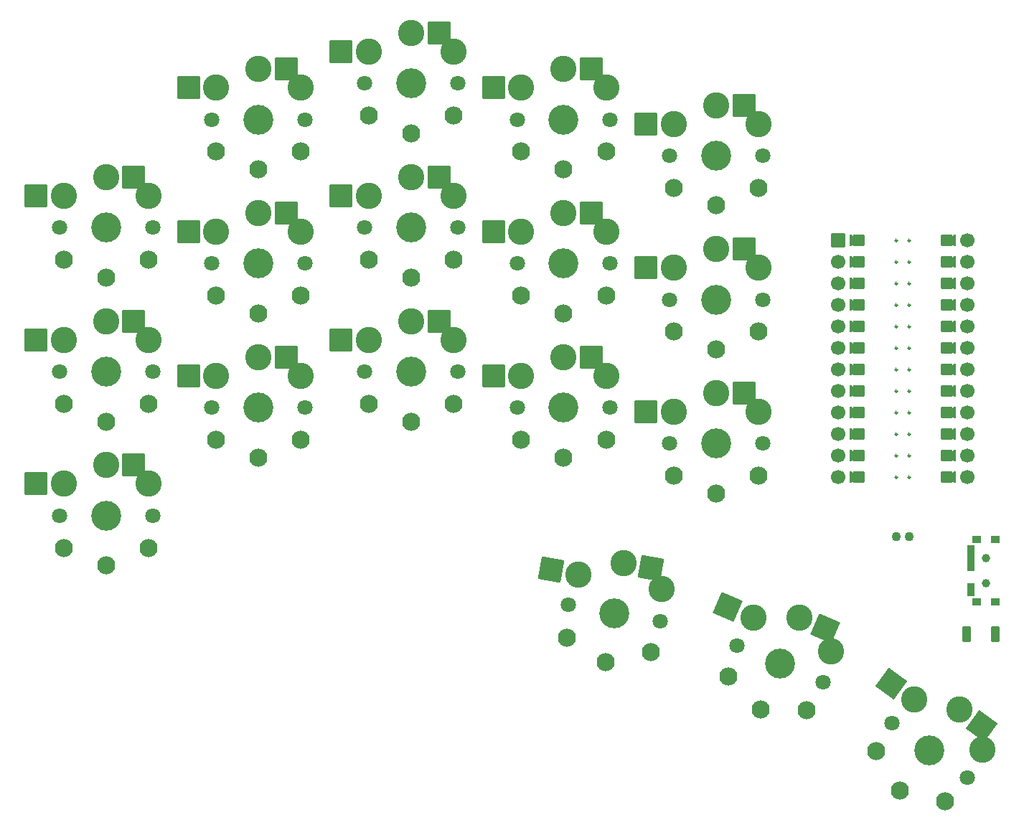
<source format=gbr>
%TF.GenerationSoftware,KiCad,Pcbnew,6.0.5*%
%TF.CreationDate,2022-06-05T22:04:44+02:00*%
%TF.ProjectId,main,6d61696e-2e6b-4696-9361-645f70636258,v1.0.0*%
%TF.SameCoordinates,Original*%
%TF.FileFunction,Soldermask,Top*%
%TF.FilePolarity,Negative*%
%FSLAX46Y46*%
G04 Gerber Fmt 4.6, Leading zero omitted, Abs format (unit mm)*
G04 Created by KiCad (PCBNEW 6.0.5) date 2022-06-05 22:04:44*
%MOMM*%
%LPD*%
G01*
G04 APERTURE LIST*
G04 Aperture macros list*
%AMRoundRect*
0 Rectangle with rounded corners*
0 $1 Rounding radius*
0 $2 $3 $4 $5 $6 $7 $8 $9 X,Y pos of 4 corners*
0 Add a 4 corners polygon primitive as box body*
4,1,4,$2,$3,$4,$5,$6,$7,$8,$9,$2,$3,0*
0 Add four circle primitives for the rounded corners*
1,1,$1+$1,$2,$3*
1,1,$1+$1,$4,$5*
1,1,$1+$1,$6,$7*
1,1,$1+$1,$8,$9*
0 Add four rect primitives between the rounded corners*
20,1,$1+$1,$2,$3,$4,$5,0*
20,1,$1+$1,$4,$5,$6,$7,0*
20,1,$1+$1,$6,$7,$8,$9,0*
20,1,$1+$1,$8,$9,$2,$3,0*%
%AMFreePoly0*
4,1,14,0.635355,0.435355,0.650000,0.400000,0.650000,0.200000,0.635355,0.164645,0.035355,-0.435355,0.000000,-0.450000,-0.035355,-0.435355,-0.635355,0.164645,-0.650000,0.200000,-0.650000,0.400000,-0.635355,0.435355,-0.600000,0.450000,0.600000,0.450000,0.635355,0.435355,0.635355,0.435355,$1*%
%AMFreePoly1*
4,1,16,0.635355,1.035355,0.650000,1.000000,0.650000,-0.250000,0.635355,-0.285355,0.600000,-0.300000,-0.600000,-0.300000,-0.635355,-0.285355,-0.650000,-0.250000,-0.650000,1.000000,-0.635355,1.035355,-0.600000,1.050000,-0.564645,1.035355,0.000000,0.470710,0.564645,1.035355,0.600000,1.050000,0.635355,1.035355,0.635355,1.035355,$1*%
G04 Aperture macros list end*
%ADD10C,0.250000*%
%ADD11C,0.100000*%
%ADD12C,1.100000*%
%ADD13C,1.801800*%
%ADD14C,3.529000*%
%ADD15C,3.100000*%
%ADD16RoundRect,0.050000X-1.815843X-0.287601X0.287601X-1.815843X1.815843X0.287601X-0.287601X1.815843X0*%
%ADD17C,2.132000*%
%ADD18RoundRect,0.050000X-1.300000X-1.300000X1.300000X-1.300000X1.300000X1.300000X-1.300000X1.300000X0*%
%ADD19RoundRect,0.050000X-1.704607X-0.688706X0.688706X-1.704607X1.704607X0.688706X-0.688706X1.704607X0*%
%ADD20C,1.000000*%
%ADD21RoundRect,0.050000X-0.500000X-0.400000X0.500000X-0.400000X0.500000X0.400000X-0.500000X0.400000X0*%
%ADD22RoundRect,0.050000X-0.350000X-0.750000X0.350000X-0.750000X0.350000X0.750000X-0.350000X0.750000X0*%
%ADD23RoundRect,0.050000X-1.505993X-1.054507X1.054507X-1.505993X1.505993X1.054507X-1.054507X1.505993X0*%
%ADD24RoundRect,0.050000X-0.450000X-0.850000X0.450000X-0.850000X0.450000X0.850000X-0.450000X0.850000X0*%
%ADD25C,1.700000*%
%ADD26FreePoly0,90.000000*%
%ADD27FreePoly0,270.000000*%
%ADD28RoundRect,0.050000X-0.800000X0.800000X-0.800000X-0.800000X0.800000X-0.800000X0.800000X0.800000X0*%
%ADD29FreePoly1,270.000000*%
%ADD30FreePoly1,90.000000*%
G04 APERTURE END LIST*
D10*
%TO.C,MCU1*%
X112887000Y19770000D02*
G75*
G03*
X112887000Y19770000I-125000J0D01*
G01*
X112887000Y4530000D02*
G75*
G03*
X112887000Y4530000I-125000J0D01*
G01*
X112887000Y9610000D02*
G75*
G03*
X112887000Y9610000I-125000J0D01*
G01*
X111363000Y4530000D02*
G75*
G03*
X111363000Y4530000I-125000J0D01*
G01*
X112887000Y7070000D02*
G75*
G03*
X112887000Y7070000I-125000J0D01*
G01*
X111363000Y7070000D02*
G75*
G03*
X111363000Y7070000I-125000J0D01*
G01*
X111363000Y17230000D02*
G75*
G03*
X111363000Y17230000I-125000J0D01*
G01*
X112887000Y29930000D02*
G75*
G03*
X112887000Y29930000I-125000J0D01*
G01*
X111363000Y27390000D02*
G75*
G03*
X111363000Y27390000I-125000J0D01*
G01*
X112887000Y22310000D02*
G75*
G03*
X112887000Y22310000I-125000J0D01*
G01*
X111363000Y14690000D02*
G75*
G03*
X111363000Y14690000I-125000J0D01*
G01*
X112887000Y12150000D02*
G75*
G03*
X112887000Y12150000I-125000J0D01*
G01*
X111363000Y9610000D02*
G75*
G03*
X111363000Y9610000I-125000J0D01*
G01*
X111363000Y22310000D02*
G75*
G03*
X111363000Y22310000I-125000J0D01*
G01*
X112887000Y27390000D02*
G75*
G03*
X112887000Y27390000I-125000J0D01*
G01*
X111363000Y19770000D02*
G75*
G03*
X111363000Y19770000I-125000J0D01*
G01*
X111363000Y24850000D02*
G75*
G03*
X111363000Y24850000I-125000J0D01*
G01*
X111363000Y12150000D02*
G75*
G03*
X111363000Y12150000I-125000J0D01*
G01*
X112887000Y14690000D02*
G75*
G03*
X112887000Y14690000I-125000J0D01*
G01*
X111363000Y29930000D02*
G75*
G03*
X111363000Y29930000I-125000J0D01*
G01*
X111363000Y32470000D02*
G75*
G03*
X111363000Y32470000I-125000J0D01*
G01*
X112887000Y24850000D02*
G75*
G03*
X112887000Y24850000I-125000J0D01*
G01*
X112887000Y32470000D02*
G75*
G03*
X112887000Y32470000I-125000J0D01*
G01*
X112887000Y17230000D02*
G75*
G03*
X112887000Y17230000I-125000J0D01*
G01*
G36*
X118096000Y9102000D02*
G01*
X117080000Y9102000D01*
X117080000Y10118000D01*
X118096000Y10118000D01*
X118096000Y9102000D01*
G37*
D11*
X118096000Y9102000D02*
X117080000Y9102000D01*
X117080000Y10118000D01*
X118096000Y10118000D01*
X118096000Y9102000D01*
G36*
X106920000Y6562000D02*
G01*
X105904000Y6562000D01*
X105904000Y7578000D01*
X106920000Y7578000D01*
X106920000Y6562000D01*
G37*
X106920000Y6562000D02*
X105904000Y6562000D01*
X105904000Y7578000D01*
X106920000Y7578000D01*
X106920000Y6562000D01*
G36*
X106920000Y26882000D02*
G01*
X105904000Y26882000D01*
X105904000Y27898000D01*
X106920000Y27898000D01*
X106920000Y26882000D01*
G37*
X106920000Y26882000D02*
X105904000Y26882000D01*
X105904000Y27898000D01*
X106920000Y27898000D01*
X106920000Y26882000D01*
G36*
X118096000Y24342000D02*
G01*
X117080000Y24342000D01*
X117080000Y25358000D01*
X118096000Y25358000D01*
X118096000Y24342000D01*
G37*
X118096000Y24342000D02*
X117080000Y24342000D01*
X117080000Y25358000D01*
X118096000Y25358000D01*
X118096000Y24342000D01*
G36*
X118096000Y16722000D02*
G01*
X117080000Y16722000D01*
X117080000Y17738000D01*
X118096000Y17738000D01*
X118096000Y16722000D01*
G37*
X118096000Y16722000D02*
X117080000Y16722000D01*
X117080000Y17738000D01*
X118096000Y17738000D01*
X118096000Y16722000D01*
G36*
X118096000Y29422000D02*
G01*
X117080000Y29422000D01*
X117080000Y30438000D01*
X118096000Y30438000D01*
X118096000Y29422000D01*
G37*
X118096000Y29422000D02*
X117080000Y29422000D01*
X117080000Y30438000D01*
X118096000Y30438000D01*
X118096000Y29422000D01*
G36*
X106920000Y19262000D02*
G01*
X105904000Y19262000D01*
X105904000Y20278000D01*
X106920000Y20278000D01*
X106920000Y19262000D01*
G37*
X106920000Y19262000D02*
X105904000Y19262000D01*
X105904000Y20278000D01*
X106920000Y20278000D01*
X106920000Y19262000D01*
G36*
X106920000Y9102000D02*
G01*
X105904000Y9102000D01*
X105904000Y10118000D01*
X106920000Y10118000D01*
X106920000Y9102000D01*
G37*
X106920000Y9102000D02*
X105904000Y9102000D01*
X105904000Y10118000D01*
X106920000Y10118000D01*
X106920000Y9102000D01*
G36*
X118096000Y4022000D02*
G01*
X117080000Y4022000D01*
X117080000Y5038000D01*
X118096000Y5038000D01*
X118096000Y4022000D01*
G37*
X118096000Y4022000D02*
X117080000Y4022000D01*
X117080000Y5038000D01*
X118096000Y5038000D01*
X118096000Y4022000D01*
G36*
X118096000Y11642000D02*
G01*
X117080000Y11642000D01*
X117080000Y12658000D01*
X118096000Y12658000D01*
X118096000Y11642000D01*
G37*
X118096000Y11642000D02*
X117080000Y11642000D01*
X117080000Y12658000D01*
X118096000Y12658000D01*
X118096000Y11642000D01*
G36*
X118096000Y14182000D02*
G01*
X117080000Y14182000D01*
X117080000Y15198000D01*
X118096000Y15198000D01*
X118096000Y14182000D01*
G37*
X118096000Y14182000D02*
X117080000Y14182000D01*
X117080000Y15198000D01*
X118096000Y15198000D01*
X118096000Y14182000D01*
G36*
X106920000Y21802000D02*
G01*
X105904000Y21802000D01*
X105904000Y22818000D01*
X106920000Y22818000D01*
X106920000Y21802000D01*
G37*
X106920000Y21802000D02*
X105904000Y21802000D01*
X105904000Y22818000D01*
X106920000Y22818000D01*
X106920000Y21802000D01*
G36*
X106920000Y24342000D02*
G01*
X105904000Y24342000D01*
X105904000Y25358000D01*
X106920000Y25358000D01*
X106920000Y24342000D01*
G37*
X106920000Y24342000D02*
X105904000Y24342000D01*
X105904000Y25358000D01*
X106920000Y25358000D01*
X106920000Y24342000D01*
G36*
X106920000Y14182000D02*
G01*
X105904000Y14182000D01*
X105904000Y15198000D01*
X106920000Y15198000D01*
X106920000Y14182000D01*
G37*
X106920000Y14182000D02*
X105904000Y14182000D01*
X105904000Y15198000D01*
X106920000Y15198000D01*
X106920000Y14182000D01*
G36*
X106920000Y29422000D02*
G01*
X105904000Y29422000D01*
X105904000Y30438000D01*
X106920000Y30438000D01*
X106920000Y29422000D01*
G37*
X106920000Y29422000D02*
X105904000Y29422000D01*
X105904000Y30438000D01*
X106920000Y30438000D01*
X106920000Y29422000D01*
G36*
X118096000Y31962000D02*
G01*
X117080000Y31962000D01*
X117080000Y32978000D01*
X118096000Y32978000D01*
X118096000Y31962000D01*
G37*
X118096000Y31962000D02*
X117080000Y31962000D01*
X117080000Y32978000D01*
X118096000Y32978000D01*
X118096000Y31962000D01*
G36*
X118096000Y6562000D02*
G01*
X117080000Y6562000D01*
X117080000Y7578000D01*
X118096000Y7578000D01*
X118096000Y6562000D01*
G37*
X118096000Y6562000D02*
X117080000Y6562000D01*
X117080000Y7578000D01*
X118096000Y7578000D01*
X118096000Y6562000D01*
G36*
X118096000Y19262000D02*
G01*
X117080000Y19262000D01*
X117080000Y20278000D01*
X118096000Y20278000D01*
X118096000Y19262000D01*
G37*
X118096000Y19262000D02*
X117080000Y19262000D01*
X117080000Y20278000D01*
X118096000Y20278000D01*
X118096000Y19262000D01*
G36*
X106920000Y31962000D02*
G01*
X105904000Y31962000D01*
X105904000Y32978000D01*
X106920000Y32978000D01*
X106920000Y31962000D01*
G37*
X106920000Y31962000D02*
X105904000Y31962000D01*
X105904000Y32978000D01*
X106920000Y32978000D01*
X106920000Y31962000D01*
G36*
X106920000Y16722000D02*
G01*
X105904000Y16722000D01*
X105904000Y17738000D01*
X106920000Y17738000D01*
X106920000Y16722000D01*
G37*
X106920000Y16722000D02*
X105904000Y16722000D01*
X105904000Y17738000D01*
X106920000Y17738000D01*
X106920000Y16722000D01*
G36*
X118096000Y26882000D02*
G01*
X117080000Y26882000D01*
X117080000Y27898000D01*
X118096000Y27898000D01*
X118096000Y26882000D01*
G37*
X118096000Y26882000D02*
X117080000Y26882000D01*
X117080000Y27898000D01*
X118096000Y27898000D01*
X118096000Y26882000D01*
G36*
X106920000Y4022000D02*
G01*
X105904000Y4022000D01*
X105904000Y5038000D01*
X106920000Y5038000D01*
X106920000Y4022000D01*
G37*
X106920000Y4022000D02*
X105904000Y4022000D01*
X105904000Y5038000D01*
X106920000Y5038000D01*
X106920000Y4022000D01*
G36*
X118096000Y21802000D02*
G01*
X117080000Y21802000D01*
X117080000Y22818000D01*
X118096000Y22818000D01*
X118096000Y21802000D01*
G37*
X118096000Y21802000D02*
X117080000Y21802000D01*
X117080000Y22818000D01*
X118096000Y22818000D01*
X118096000Y21802000D01*
G36*
X106920000Y11642000D02*
G01*
X105904000Y11642000D01*
X105904000Y12658000D01*
X106920000Y12658000D01*
X106920000Y11642000D01*
G37*
X106920000Y11642000D02*
X105904000Y11642000D01*
X105904000Y12658000D01*
X106920000Y12658000D01*
X106920000Y11642000D01*
%TD*%
D12*
%TO.C,*%
X111250000Y-2500000D03*
X112750000Y-2500000D03*
%TD*%
D13*
%TO.C,S36*%
X119621225Y-30924782D03*
D14*
X115171632Y-27691963D03*
D15*
X113330742Y-21719223D03*
X118668954Y-22878312D03*
X121420912Y-27597076D03*
D13*
X110722039Y-24459144D03*
D15*
X118668954Y-22878312D03*
D16*
X121318485Y-24803309D03*
X110681211Y-19794226D03*
%TD*%
D13*
%TO.C,S7*%
X30500000Y12750000D03*
D14*
X36000000Y12750000D03*
D13*
X41500000Y12750000D03*
D17*
X41000000Y8950000D03*
X31000000Y8950000D03*
X36000000Y6850000D03*
X36000000Y6850000D03*
%TD*%
D15*
%TO.C,S30*%
X85000000Y46250000D03*
X90000000Y48450000D03*
X90000000Y48450000D03*
D13*
X95500000Y42500000D03*
D14*
X90000000Y42500000D03*
D13*
X84500000Y42500000D03*
D15*
X95000000Y46250000D03*
D18*
X93275000Y48450000D03*
X81725000Y46250000D03*
%TD*%
D15*
%TO.C,S6*%
X18000000Y39950000D03*
D13*
X23500000Y34000000D03*
D14*
X18000000Y34000000D03*
D15*
X18000000Y39950000D03*
D13*
X12500000Y34000000D03*
D15*
X13000000Y37750000D03*
X23000000Y37750000D03*
D18*
X21275000Y39950000D03*
X9725000Y37750000D03*
%TD*%
D14*
%TO.C,S5*%
X18000000Y34000000D03*
D13*
X23500000Y34000000D03*
X12500000Y34000000D03*
D17*
X23000000Y30200000D03*
X13000000Y30200000D03*
X18000000Y28100000D03*
X18000000Y28100000D03*
%TD*%
D13*
%TO.C,S1*%
X12500000Y0D03*
X23500000Y0D03*
D14*
X18000000Y0D03*
D17*
X13000000Y-3800000D03*
X23000000Y-3800000D03*
X18000000Y-5900000D03*
X18000000Y-5900000D03*
%TD*%
D13*
%TO.C,S35*%
X119621225Y-30924782D03*
D14*
X115171632Y-27691963D03*
D13*
X110722039Y-24459144D03*
D17*
X108892963Y-27827301D03*
X116983133Y-33705154D03*
X111703699Y-32465163D03*
X111703699Y-32465163D03*
%TD*%
D15*
%TO.C,S14*%
X54000000Y22950000D03*
X54000000Y22950000D03*
D14*
X54000000Y17000000D03*
D15*
X49000000Y20750000D03*
X59000000Y20750000D03*
D13*
X48500000Y17000000D03*
X59500000Y17000000D03*
D18*
X57275000Y22950000D03*
X45725000Y20750000D03*
%TD*%
D15*
%TO.C,S16*%
X54000000Y39950000D03*
X54000000Y39950000D03*
X49000000Y37750000D03*
X59000000Y37750000D03*
D14*
X54000000Y34000000D03*
D13*
X59500000Y34000000D03*
X48500000Y34000000D03*
D18*
X57275000Y39950000D03*
X45725000Y37750000D03*
%TD*%
D13*
%TO.C,S12*%
X30500000Y46750000D03*
D15*
X36000000Y52700000D03*
X31000000Y50500000D03*
X36000000Y52700000D03*
X41000000Y50500000D03*
D13*
X41500000Y46750000D03*
D14*
X36000000Y46750000D03*
D18*
X39275000Y52700000D03*
X27725000Y50500000D03*
%TD*%
D14*
%TO.C,S3*%
X18000000Y17000000D03*
D13*
X12500000Y17000000D03*
X23500000Y17000000D03*
D17*
X13000000Y13200000D03*
X23000000Y13200000D03*
X18000000Y11100000D03*
X18000000Y11100000D03*
%TD*%
D13*
%TO.C,S20*%
X66500000Y12750000D03*
D15*
X72000000Y18700000D03*
D14*
X72000000Y12750000D03*
D15*
X72000000Y18700000D03*
D13*
X77500000Y12750000D03*
D15*
X77000000Y16500000D03*
X67000000Y16500000D03*
D18*
X75275000Y18700000D03*
X63725000Y16500000D03*
%TD*%
D14*
%TO.C,S31*%
X78000000Y-11500000D03*
D13*
X83416443Y-12455065D03*
X72583557Y-10544935D03*
D17*
X82264176Y-16110510D03*
X72416098Y-14374029D03*
X76975476Y-17310366D03*
X76975476Y-17310366D03*
%TD*%
D13*
%TO.C,S8*%
X30500000Y12750000D03*
X41500000Y12750000D03*
D15*
X31000000Y16500000D03*
X41000000Y16500000D03*
X36000000Y18700000D03*
D14*
X36000000Y12750000D03*
D15*
X36000000Y18700000D03*
D18*
X39275000Y18700000D03*
X27725000Y16500000D03*
%TD*%
D14*
%TO.C,S34*%
X97508237Y-17478395D03*
D13*
X102571014Y-19627416D03*
D15*
X94370954Y-12072846D03*
D13*
X92445460Y-15329374D03*
D15*
X99833087Y-12001391D03*
X99833087Y-12001391D03*
X103576003Y-15980157D03*
D19*
X102847741Y-13281036D03*
X91356301Y-10793202D03*
%TD*%
D20*
%TO.C,*%
X121830000Y-8000000D03*
X121830000Y-8000000D03*
D21*
X122930000Y-10150000D03*
X120720000Y-2850000D03*
D20*
X121830000Y-5000000D03*
X121830000Y-5000000D03*
D21*
X122930000Y-2850000D03*
X120720000Y-10150000D03*
D22*
X120070000Y-8750000D03*
X120070000Y-5750000D03*
X120070000Y-4250000D03*
%TD*%
D13*
%TO.C,S4*%
X23500000Y17000000D03*
D15*
X13000000Y20750000D03*
D13*
X12500000Y17000000D03*
D15*
X18000000Y22950000D03*
D14*
X18000000Y17000000D03*
D15*
X23000000Y20750000D03*
X18000000Y22950000D03*
D18*
X21275000Y22950000D03*
X9725000Y20750000D03*
%TD*%
D14*
%TO.C,S29*%
X90000000Y42500000D03*
D13*
X95500000Y42500000D03*
X84500000Y42500000D03*
D17*
X85000000Y38700000D03*
X95000000Y38700000D03*
X90000000Y36600000D03*
X90000000Y36600000D03*
%TD*%
D15*
%TO.C,S32*%
X73727142Y-6938730D03*
D13*
X83416443Y-12455065D03*
D15*
X83575219Y-8675212D03*
D14*
X78000000Y-11500000D03*
D13*
X72583557Y-10544935D03*
D15*
X79033207Y-5640394D03*
X79033207Y-5640394D03*
D23*
X82258452Y-6209092D03*
X70501897Y-6370032D03*
%TD*%
D15*
%TO.C,S22*%
X72000000Y35700000D03*
D13*
X77500000Y29750000D03*
D15*
X77000000Y33500000D03*
D13*
X66500000Y29750000D03*
D15*
X67000000Y33500000D03*
X72000000Y35700000D03*
D14*
X72000000Y29750000D03*
D18*
X75275000Y35700000D03*
X63725000Y33500000D03*
%TD*%
D13*
%TO.C,S23*%
X66500000Y46750000D03*
X77500000Y46750000D03*
D14*
X72000000Y46750000D03*
D17*
X77000000Y42950000D03*
X67000000Y42950000D03*
X72000000Y40850000D03*
X72000000Y40850000D03*
%TD*%
D13*
%TO.C,S25*%
X95500000Y8500000D03*
X84500000Y8500000D03*
D14*
X90000000Y8500000D03*
D17*
X95000000Y4700000D03*
X85000000Y4700000D03*
X90000000Y2600000D03*
X90000000Y2600000D03*
%TD*%
D15*
%TO.C,S24*%
X67000000Y50500000D03*
X72000000Y52700000D03*
X72000000Y52700000D03*
D14*
X72000000Y46750000D03*
D15*
X77000000Y50500000D03*
D13*
X77500000Y46750000D03*
X66500000Y46750000D03*
D18*
X75275000Y52700000D03*
X63725000Y50500000D03*
%TD*%
D24*
%TO.C,*%
X122929022Y-14000000D03*
X119529022Y-14000000D03*
%TD*%
D15*
%TO.C,S10*%
X41000000Y33500000D03*
D13*
X41500000Y29750000D03*
D14*
X36000000Y29750000D03*
D13*
X30500000Y29750000D03*
D15*
X31000000Y33500000D03*
X36000000Y35700000D03*
X36000000Y35700000D03*
D18*
X39275000Y35700000D03*
X27725000Y33500000D03*
%TD*%
D13*
%TO.C,S27*%
X95500000Y25500000D03*
X84500000Y25500000D03*
D14*
X90000000Y25500000D03*
D17*
X85000000Y21700000D03*
X95000000Y21700000D03*
X90000000Y19600000D03*
X90000000Y19600000D03*
%TD*%
D14*
%TO.C,S33*%
X97508237Y-17478395D03*
D13*
X102571014Y-19627416D03*
X92445460Y-15329374D03*
D17*
X91420934Y-19022658D03*
X100625983Y-22929969D03*
X95202923Y-22909374D03*
X95202923Y-22909374D03*
%TD*%
D13*
%TO.C,S15*%
X59500000Y34000000D03*
X48500000Y34000000D03*
D14*
X54000000Y34000000D03*
D17*
X59000000Y30200000D03*
X49000000Y30200000D03*
X54000000Y28100000D03*
X54000000Y28100000D03*
%TD*%
D15*
%TO.C,S28*%
X85000000Y29250000D03*
D13*
X95500000Y25500000D03*
D14*
X90000000Y25500000D03*
D15*
X90000000Y31450000D03*
D13*
X84500000Y25500000D03*
D15*
X90000000Y31450000D03*
X95000000Y29250000D03*
D18*
X93275000Y31450000D03*
X81725000Y29250000D03*
%TD*%
D13*
%TO.C,S9*%
X41500000Y29750000D03*
X30500000Y29750000D03*
D14*
X36000000Y29750000D03*
D17*
X31000000Y25950000D03*
X41000000Y25950000D03*
X36000000Y23850000D03*
X36000000Y23850000D03*
%TD*%
D25*
%TO.C,MCU1*%
X119620000Y4530000D03*
D26*
X106158000Y17230000D03*
D25*
X119620000Y19770000D03*
D26*
X106158000Y27390000D03*
D25*
X119620000Y7070000D03*
X104380000Y19770000D03*
D27*
X117842000Y9610000D03*
X117842000Y32470000D03*
D26*
X106158000Y29930000D03*
X106158000Y12150000D03*
D27*
X117842000Y4530000D03*
X117842000Y24850000D03*
X117842000Y7070000D03*
X117842000Y17230000D03*
D25*
X104380000Y12150000D03*
X119620000Y32470000D03*
D28*
X104380000Y32470000D03*
D26*
X106158000Y9610000D03*
D25*
X104380000Y4530000D03*
X104380000Y32470000D03*
D26*
X106158000Y22310000D03*
X106158000Y7070000D03*
D27*
X117842000Y12150000D03*
D25*
X119620000Y27390000D03*
X119620000Y22310000D03*
X119620000Y17230000D03*
X104380000Y17230000D03*
D27*
X117842000Y22310000D03*
D26*
X106158000Y14690000D03*
D25*
X119620000Y14690000D03*
X104380000Y9610000D03*
X104380000Y24850000D03*
D26*
X106158000Y24850000D03*
D27*
X117842000Y14690000D03*
X117842000Y27390000D03*
D25*
X104380000Y29930000D03*
D26*
X106158000Y32470000D03*
X106158000Y4530000D03*
D25*
X119620000Y9610000D03*
X104380000Y27390000D03*
X119620000Y29930000D03*
X119620000Y12150000D03*
X119620000Y24850000D03*
D27*
X117842000Y29930000D03*
D25*
X104380000Y7070000D03*
D27*
X117842000Y19770000D03*
D25*
X104380000Y22310000D03*
D26*
X106158000Y19770000D03*
D25*
X104380000Y14690000D03*
D29*
X116826000Y32470000D03*
X116826000Y29930000D03*
X116826000Y27390000D03*
X116826000Y24850000D03*
X116826000Y22310000D03*
X116826000Y19770000D03*
X116826000Y17230000D03*
X116826000Y14690000D03*
X116826000Y12150000D03*
X116826000Y9610000D03*
X116826000Y7070000D03*
X116826000Y4530000D03*
D30*
X107174000Y4530000D03*
X107174000Y7070000D03*
X107174000Y9610000D03*
X107174000Y12150000D03*
X107174000Y14690000D03*
X107174000Y17230000D03*
X107174000Y19770000D03*
X107174000Y22310000D03*
X107174000Y24850000D03*
X107174000Y27390000D03*
X107174000Y29930000D03*
X107174000Y32470000D03*
%TD*%
D13*
%TO.C,S11*%
X41500000Y46750000D03*
X30500000Y46750000D03*
D14*
X36000000Y46750000D03*
D17*
X31000000Y42950000D03*
X41000000Y42950000D03*
X36000000Y40850000D03*
X36000000Y40850000D03*
%TD*%
D13*
%TO.C,S26*%
X84500000Y8500000D03*
D15*
X90000000Y14450000D03*
X95000000Y12250000D03*
D13*
X95500000Y8500000D03*
D15*
X90000000Y14450000D03*
D14*
X90000000Y8500000D03*
D15*
X85000000Y12250000D03*
D18*
X93275000Y14450000D03*
X81725000Y12250000D03*
%TD*%
D13*
%TO.C,S17*%
X48500000Y51000000D03*
D14*
X54000000Y51000000D03*
D13*
X59500000Y51000000D03*
D17*
X49000000Y47200000D03*
X59000000Y47200000D03*
X54000000Y45100000D03*
X54000000Y45100000D03*
%TD*%
D14*
%TO.C,S18*%
X54000000Y51000000D03*
D15*
X49000000Y54750000D03*
D13*
X48500000Y51000000D03*
D15*
X59000000Y54750000D03*
X54000000Y56950000D03*
X54000000Y56950000D03*
D13*
X59500000Y51000000D03*
D18*
X57275000Y56950000D03*
X45725000Y54750000D03*
%TD*%
D14*
%TO.C,S21*%
X72000000Y29750000D03*
D13*
X66500000Y29750000D03*
X77500000Y29750000D03*
D17*
X67000000Y25950000D03*
X77000000Y25950000D03*
X72000000Y23850000D03*
X72000000Y23850000D03*
%TD*%
D13*
%TO.C,S13*%
X59500000Y17000000D03*
D14*
X54000000Y17000000D03*
D13*
X48500000Y17000000D03*
D17*
X49000000Y13200000D03*
X59000000Y13200000D03*
X54000000Y11100000D03*
X54000000Y11100000D03*
%TD*%
D14*
%TO.C,S19*%
X72000000Y12750000D03*
D13*
X66500000Y12750000D03*
X77500000Y12750000D03*
D17*
X77000000Y8950000D03*
X67000000Y8950000D03*
X72000000Y6850000D03*
X72000000Y6850000D03*
%TD*%
D15*
%TO.C,S2*%
X18000000Y5950000D03*
X18000000Y5950000D03*
X13000000Y3750000D03*
D13*
X23500000Y0D03*
D14*
X18000000Y0D03*
D15*
X23000000Y3750000D03*
D13*
X12500000Y0D03*
D18*
X21275000Y5950000D03*
X9725000Y3750000D03*
%TD*%
M02*

</source>
